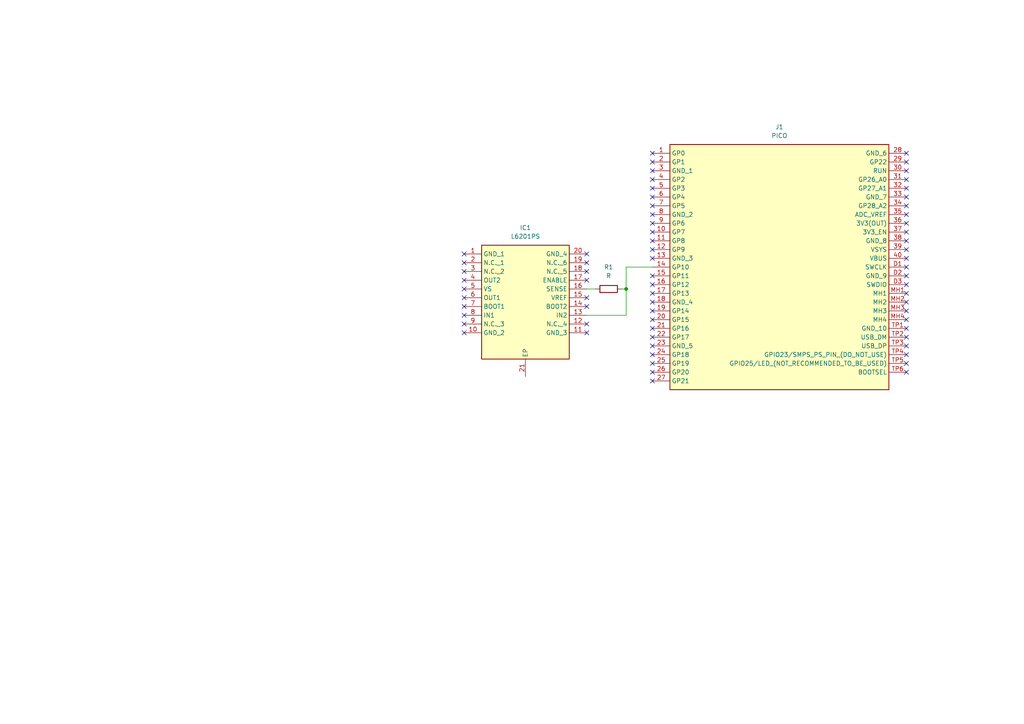
<source format=kicad_sch>
(kicad_sch (version 20231120) (generator "eeschema") (generator_version "8.0")
  (paper "A4")
  (lib_symbols
    (symbol "Device:R" (pin_numbers hide) (pin_names (offset 0))
      (property "Reference" "R" (at 2.032 0 90))
      (property "Value" "R" (at 0 0 90))
      (symbol "R_0_1"
        (rectangle (start -1.016 -2.54) (end 1.016 2.54) (stroke (width 0.254)))
      )
      (symbol "R_1_1"
        (pin passive line (at 0 3.81 270) (length 1.27) (name "~") (number "1"))
        (pin passive line (at 0 -3.81 90) (length 1.27) (name "~") (number "2"))
      )
    )
    (symbol "L6201PS:L6201PS"
      (property "Reference" "IC" (at 31.75 7.62 0))
      (property "Value" "L6201PS" (at 31.75 5.08 0))
      (symbol "L6201PS_1_1"
        (rectangle (start 5.08 2.54) (end 30.48 -30.48) (stroke (width 0.254)) (fill (type background)))
        (pin passive line (at 0 0 0) (length 5.08) (name "GND_1") (number "1"))
        (pin passive line (at 0 -22.86 0) (length 5.08) (name "GND_2") (number "10"))
        (pin passive line (at 35.56 -22.86 180) (length 5.08) (name "GND_3") (number "11"))
        (pin passive line (at 35.56 -20.32 180) (length 5.08) (name "N.C._4") (number "12"))
        (pin passive line (at 35.56 -17.78 180) (length 5.08) (name "IN2") (number "13"))
        (pin passive line (at 35.56 -15.24 180) (length 5.08) (name "BOOT2") (number "14"))
        (pin passive line (at 35.56 -12.7 180) (length 5.08) (name "VREF") (number "15"))
        (pin passive line (at 35.56 -10.16 180) (length 5.08) (name "SENSE") (number "16"))
        (pin passive line (at 35.56 -7.62 180) (length 5.08) (name "ENABLE") (number "17"))
        (pin passive line (at 35.56 -5.08 180) (length 5.08) (name "N.C._5") (number "18"))
        (pin passive line (at 35.56 -2.54 180) (length 5.08) (name "N.C._6") (number "19"))
        (pin passive line (at 0 -2.54 0) (length 5.08) (name "N.C._1") (number "2"))
        (pin passive line (at 35.56 0 180) (length 5.08) (name "GND_4") (number "20"))
        (pin passive line (at 17.78 -35.56 90) (length 5.08) (name "EP") (number "21"))
        (pin passive line (at 0 -5.08 0) (length 5.08) (name "N.C._2") (number "3"))
        (pin passive line (at 0 -7.62 0) (length 5.08) (name "OUT2") (number "4"))
        (pin passive line (at 0 -10.16 0) (length 5.08) (name "VS") (number "5"))
        (pin passive line (at 0 -12.7 0) (length 5.08) (name "OUT1") (number "6"))
        (pin passive line (at 0 -15.24 0) (length 5.08) (name "BOOT1") (number "7"))
        (pin passive line (at 0 -17.78 0) (length 5.08) (name "IN1") (number "8"))
        (pin passive line (at 0 -20.32 0) (length 5.08) (name "N.C._3") (number "9"))
      )
    )
    (symbol "PICO:PICO"
      (property "Reference" "J" (at 69.85 7.62 0))
      (property "Value" "PICO" (at 69.85 5.08 0))
      (symbol "PICO_1_1"
        (rectangle (start 5.08 2.54) (end 68.58 -68.58) (stroke (width 0.254)) (fill (type background)))
        (pin passive line (at 0 0 0) (length 5.08) (name "GP0") (number "1"))
        (pin passive line (at 0 -22.86 0) (length 5.08) (name "GP7") (number "10"))
        (pin passive line (at 0 -25.4 0) (length 5.08) (name "GP8") (number "11"))
        (pin passive line (at 0 -27.94 0) (length 5.08) (name "GP9") (number "12"))
        (pin passive line (at 0 -30.48 0) (length 5.08) (name "GND_3") (number "13"))
        (pin passive line (at 0 -33.02 0) (length 5.08) (name "GP10") (number "14"))
        (pin passive line (at 0 -35.56 0) (length 5.08) (name "GP11") (number "15"))
        (pin passive line (at 0 -38.1 0) (length 5.08) (name "GP12") (number "16"))
        (pin passive line (at 0 -40.64 0) (length 5.08) (name "GP13") (number "17"))
        (pin passive line (at 0 -43.18 0) (length 5.08) (name "GND_4") (number "18"))
        (pin passive line (at 0 -45.72 0) (length 5.08) (name "GP14") (number "19"))
        (pin passive line (at 0 -2.54 0) (length 5.08) (name "GP1") (number "2"))
        (pin passive line (at 0 -48.26 0) (length 5.08) (name "GP15") (number "20"))
        (pin passive line (at 0 -50.8 0) (length 5.08) (name "GP16") (number "21"))
        (pin passive line (at 0 -53.34 0) (length 5.08) (name "GP17") (number "22"))
        (pin passive line (at 0 -55.88 0) (length 5.08) (name "GND_5") (number "23"))
        (pin passive line (at 0 -58.42 0) (length 5.08) (name "GP18") (number "24"))
        (pin passive line (at 0 -60.96 0) (length 5.08) (name "GP19") (number "25"))
        (pin passive line (at 0 -63.5 0) (length 5.08) (name "GP20") (number "26"))
        (pin passive line (at 0 -66.04 0) (length 5.08) (name "GP21") (number "27"))
        (pin passive line (at 73.66 0 180) (length 5.08) (name "GND_6") (number "28"))
        (pin passive line (at 73.66 -2.54 180) (length 5.08) (name "GP22") (number "29"))
        (pin passive line (at 0 -5.08 0) (length 5.08) (name "GND_1") (number "3"))
        (pin passive line (at 73.66 -5.08 180) (length 5.08) (name "RUN") (number "30"))
        (pin passive line (at 73.66 -7.62 180) (length 5.08) (name "GP26_A0") (number "31"))
        (pin passive line (at 73.66 -10.16 180) (length 5.08) (name "GP27_A1") (number "32"))
        (pin passive line (at 73.66 -12.7 180) (length 5.08) (name "GND_7") (number "33"))
        (pin passive line (at 73.66 -15.24 180) (length 5.08) (name "GP28_A2") (number "34"))
        (pin passive line (at 73.66 -17.78 180) (length 5.08) (name "ADC_VREF") (number "35"))
        (pin passive line (at 73.66 -20.32 180) (length 5.08) (name "3V3(OUT)") (number "36"))
        (pin passive line (at 73.66 -22.86 180) (length 5.08) (name "3V3_EN") (number "37"))
        (pin passive line (at 73.66 -25.4 180) (length 5.08) (name "GND_8") (number "38"))
        (pin passive line (at 73.66 -27.94 180) (length 5.08) (name "VSYS") (number "39"))
        (pin passive line (at 0 -7.62 0) (length 5.08) (name "GP2") (number "4"))
        (pin passive line (at 73.66 -30.48 180) (length 5.08) (name "VBUS") (number "40"))
        (pin passive line (at 0 -10.16 0) (length 5.08) (name "GP3") (number "5"))
        (pin passive line (at 0 -12.7 0) (length 5.08) (name "GP4") (number "6"))
        (pin passive line (at 0 -15.24 0) (length 5.08) (name "GP5") (number "7"))
        (pin passive line (at 0 -17.78 0) (length 5.08) (name "GND_2") (number "8"))
        (pin passive line (at 0 -20.32 0) (length 5.08) (name "GP6") (number "9"))
        (pin passive line (at 73.66 -33.02 180) (length 5.08) (name "SWCLK") (number "D1"))
        (pin passive line (at 73.66 -35.56 180) (length 5.08) (name "GND_9") (number "D2"))
        (pin passive line (at 73.66 -38.1 180) (length 5.08) (name "SWDIO") (number "D3"))
        (pin passive line (at 73.66 -40.64 180) (length 5.08) (name "MH1") (number "MH1"))
        (pin passive line (at 73.66 -43.18 180) (length 5.08) (name "MH2") (number "MH2"))
        (pin passive line (at 73.66 -45.72 180) (length 5.08) (name "MH3") (number "MH3"))
        (pin passive line (at 73.66 -48.26 180) (length 5.08) (name "MH4") (number "MH4"))
        (pin passive line (at 73.66 -50.8 180) (length 5.08) (name "GND_10") (number "TP1"))
        (pin passive line (at 73.66 -53.34 180) (length 5.08) (name "USB_DM") (number "TP2"))
        (pin passive line (at 73.66 -55.88 180) (length 5.08) (name "USB_DP") (number "TP3"))
        (pin passive line (at 73.66 -58.42 180) (length 5.08) (name "GPIO23/SMPS_PS_PIN_(DO_NOT_USE)") (number "TP4"))
        (pin passive line (at 73.66 -60.96 180) (length 5.08) (name "GPIO25/LED_(NOT_RECOMMENDED_TO_BE_USED)") (number "TP5"))
        (pin passive line (at 73.66 -63.5 180) (length 5.08) (name "BOOTSEL") (number "TP6"))
      )
    )
  )
  (junction (at 181.61 83.82))
  (no_connect (at 189.23 46.99))
  (no_connect (at 134.62 78.74))
  (no_connect (at 134.62 83.82))
  (no_connect (at 262.89 82.55))
  (no_connect (at 262.89 87.63))
  (no_connect (at 170.18 81.28))
  (no_connect (at 262.89 49.53))
  (no_connect (at 189.23 67.31))
  (no_connect (at 262.89 80.01))
  (no_connect (at 262.89 44.45))
  (no_connect (at 262.89 102.87))
  (no_connect (at 262.89 52.07))
  (no_connect (at 189.23 105.41))
  (no_connect (at 189.23 54.61))
  (no_connect (at 262.89 95.25))
  (no_connect (at 262.89 74.93))
  (no_connect (at 134.62 91.44))
  (no_connect (at 189.23 87.63))
  (no_connect (at 134.62 88.9))
  (no_connect (at 262.89 77.47))
  (no_connect (at 262.89 90.17))
  (no_connect (at 189.23 72.39))
  (no_connect (at 134.62 93.98))
  (no_connect (at 170.18 73.66))
  (no_connect (at 170.18 88.9))
  (no_connect (at 189.23 62.23))
  (no_connect (at 170.18 96.52))
  (no_connect (at 262.89 105.41))
  (no_connect (at 189.23 110.49))
  (no_connect (at 189.23 97.79))
  (no_connect (at 134.62 86.36))
  (no_connect (at 189.23 69.85))
  (no_connect (at 189.23 49.53))
  (no_connect (at 170.18 76.2))
  (no_connect (at 134.62 96.52))
  (no_connect (at 262.89 57.15))
  (no_connect (at 134.62 76.2))
  (no_connect (at 189.23 90.17))
  (no_connect (at 189.23 44.45))
  (no_connect (at 189.23 85.09))
  (no_connect (at 189.23 57.15))
  (no_connect (at 134.62 81.28))
  (no_connect (at 189.23 102.87))
  (no_connect (at 189.23 64.77))
  (no_connect (at 189.23 59.69))
  (no_connect (at 262.89 62.23))
  (no_connect (at 189.23 100.33))
  (no_connect (at 189.23 107.95))
  (no_connect (at 262.89 97.79))
  (no_connect (at 262.89 100.33))
  (no_connect (at 170.18 86.36))
  (no_connect (at 262.89 46.99))
  (no_connect (at 262.89 64.77))
  (no_connect (at 189.23 92.71))
  (no_connect (at 262.89 54.61))
  (no_connect (at 262.89 72.39))
  (no_connect (at 262.89 67.31))
  (no_connect (at 189.23 74.93))
  (no_connect (at 189.23 52.07))
  (no_connect (at 262.89 85.09))
  (no_connect (at 134.62 73.66))
  (no_connect (at 189.23 95.25))
  (no_connect (at 170.18 93.98))
  (no_connect (at 262.89 59.69))
  (no_connect (at 189.23 80.01))
  (no_connect (at 262.89 107.95))
  (no_connect (at 189.23 82.55))
  (no_connect (at 170.18 78.74))
  (no_connect (at 262.89 69.85))
  (no_connect (at 262.89 92.71))
  (wire (pts (xy 170.18 83.82) (xy 172.72 83.82)))
  (wire (pts (xy 181.61 83.82) (xy 181.61 77.47)))
  (wire (pts (xy 181.61 77.47) (xy 189.23 77.47)))
  (wire (pts (xy 170.18 91.44) (xy 181.61 91.44)))
  (wire (pts (xy 181.61 91.44) (xy 181.61 83.82)))
  (wire (pts (xy 180.34 83.82) (xy 181.61 83.82)))
  (symbol (lib_id "Device:R") (at 176.53 83.82 90) (unit 1)
    (property "Reference" "R1" (at 176.53 77.47 90))
    (property "Value" "R" (at 176.53 80.01 90))
    (property "Footprint" "Resistor_THT:R_Box_L8.4mm_W2.5mm_P5.08mm" (effects (hide yes)))
    (property "Description" "Resistor" (effects (hide yes)))
  )
  (symbol (lib_id "PICO:PICO") (at 189.23 44.45 0) (unit 1)
    (property "Reference" "J1" (at 226.06 36.83 0))
    (property "Value" "PICO" (at 226.06 39.37 0))
    (property "Footprint" "PICO:PICO" (effects (hide yes)))
    (property "Datasheet" "https://datasheets.raspberrypi.org/pico/pico_datasheet.pdf" (effects (hide yes)))
    (property "Description" "RP2040 microcontroller chip designed by Raspberry Pi in the United Kingdom 2  SPI, 2  I2C, 2  UART, 3  12-bit ADC, 16  controllable PWM channels" (effects (hide yes)))
    (property "Height" "1" (effects (hide yes)))
    (property "Manufacturer_Name" "RASPBERRY-PI" (effects (hide yes)))
    (property "Manufacturer_Part_Number" "PICO" (effects (hide yes)))
  )
  (symbol (lib_id "L6201PS:L6201PS") (at 134.62 73.66 0) (unit 1)
    (property "Reference" "IC1" (at 152.4 66.04 0))
    (property "Value" "L6201PS" (at 152.4 68.58 0))
    (property "Footprint" "L6201PS:SOIC127P1420X360-21N" (effects (hide yes)))
    (property "Datasheet" "https://datasheet.datasheetarchive.com/originals/distributors/Datasheets-5/DSA-95720.pdf" (effects (hide yes)))
    (property "Description" "L6201PS, Full Bridge Motor Driver, Full Bridge Motor, 12  48 V, 20-Pin PowerSO" (effects (hide yes)))
    (property "Height" "3.6" (effects (hide yes)))
    (property "Manufacturer_Name" "STMicroelectronics" (effects (hide yes)))
    (property "Manufacturer_Part_Number" "L6201PS" (effects (hide yes)))
    (property "Mouser Part Number" "511-L6201PS" (effects (hide yes)))
    (property "Mouser Price/Stock" "https://www.mouser.co.uk/ProductDetail/STMicroelectronics/L6201PS?qs=Mh4MMBQMpV39lNaXsxL7Rg%3D%3D" (effects (hide yes)))
    (property "Arrow Part Number" "L6201PS" (effects (hide yes)))
    (property "Arrow Price/Stock" "https://www.arrow.com/en/products/l6201ps/stmicroelectronics" (effects (hide yes)))
  )
)
</source>
